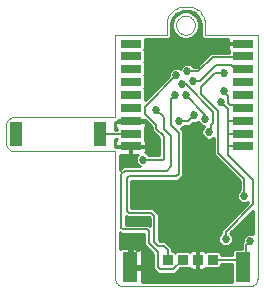
<source format=gbl>
G75*
%MOIN*%
%OFA0B0*%
%FSLAX24Y24*%
%IPPOS*%
%LPD*%
%AMOC8*
5,1,8,0,0,1.08239X$1,22.5*
%
%ADD10C,0.0000*%
%ADD11R,0.0394X0.0787*%
%ADD12R,0.0709X0.0276*%
%ADD13R,0.0709X0.0315*%
%ADD14R,0.0500X0.1000*%
%ADD15R,0.0320X0.0350*%
%ADD16C,0.0100*%
%ADD17C,0.0270*%
%ADD18C,0.0080*%
D10*
X009958Y013875D02*
X013333Y013875D01*
X013333Y009625D01*
X013335Y009595D01*
X013340Y009565D01*
X013349Y009536D01*
X013362Y009509D01*
X013377Y009483D01*
X013396Y009459D01*
X013417Y009438D01*
X013441Y009419D01*
X013467Y009404D01*
X013494Y009391D01*
X013523Y009382D01*
X013553Y009377D01*
X013583Y009375D01*
X017831Y009375D01*
X017861Y009377D01*
X017891Y009382D01*
X017920Y009391D01*
X017948Y009403D01*
X017973Y009419D01*
X017997Y009437D01*
X018019Y009458D01*
X018038Y009482D01*
X018053Y009508D01*
X018066Y009535D01*
X018075Y009564D01*
X018081Y009594D01*
X018083Y009624D01*
X018083Y017750D01*
X016333Y017750D01*
X016333Y018124D01*
X016333Y018125D02*
X016330Y018170D01*
X016323Y018215D01*
X016313Y018259D01*
X016300Y018303D01*
X016283Y018345D01*
X016263Y018386D01*
X016239Y018425D01*
X016213Y018462D01*
X016184Y018497D01*
X016152Y018529D01*
X016118Y018559D01*
X016082Y018586D01*
X016043Y018611D01*
X016003Y018632D01*
X015961Y018650D01*
X015918Y018664D01*
X015874Y018675D01*
X015829Y018683D01*
X015784Y018687D01*
X015738Y018688D01*
X015739Y018688D02*
X015603Y018688D01*
X015602Y018687D02*
X015555Y018682D01*
X015509Y018672D01*
X015464Y018660D01*
X015420Y018643D01*
X015377Y018624D01*
X015336Y018601D01*
X015297Y018575D01*
X015260Y018546D01*
X015226Y018514D01*
X015194Y018479D01*
X015164Y018442D01*
X015138Y018403D01*
X015115Y018362D01*
X015096Y018319D01*
X015079Y018275D01*
X015067Y018230D01*
X015057Y018184D01*
X015052Y018137D01*
X015050Y018090D01*
X015052Y018043D01*
X015052Y017750D01*
X013333Y017750D01*
X013333Y015000D01*
X009958Y015000D01*
X009928Y014998D01*
X009898Y014993D01*
X009869Y014984D01*
X009842Y014971D01*
X009816Y014956D01*
X009792Y014937D01*
X009771Y014916D01*
X009752Y014892D01*
X009737Y014866D01*
X009724Y014839D01*
X009715Y014810D01*
X009710Y014780D01*
X009708Y014750D01*
X009708Y014125D01*
X009710Y014095D01*
X009715Y014065D01*
X009724Y014036D01*
X009737Y014009D01*
X009752Y013983D01*
X009771Y013959D01*
X009792Y013938D01*
X009816Y013919D01*
X009842Y013904D01*
X009869Y013891D01*
X009898Y013882D01*
X009928Y013877D01*
X009958Y013875D01*
X015370Y018064D02*
X015372Y018099D01*
X015378Y018134D01*
X015388Y018167D01*
X015401Y018200D01*
X015418Y018231D01*
X015438Y018259D01*
X015462Y018285D01*
X015488Y018309D01*
X015516Y018329D01*
X015547Y018346D01*
X015580Y018359D01*
X015613Y018369D01*
X015648Y018375D01*
X015683Y018377D01*
X015718Y018375D01*
X015753Y018369D01*
X015786Y018359D01*
X015819Y018346D01*
X015850Y018329D01*
X015878Y018309D01*
X015904Y018285D01*
X015928Y018259D01*
X015948Y018231D01*
X015965Y018200D01*
X015978Y018167D01*
X015988Y018134D01*
X015994Y018099D01*
X015996Y018064D01*
X015994Y018029D01*
X015988Y017994D01*
X015978Y017961D01*
X015965Y017928D01*
X015948Y017897D01*
X015928Y017869D01*
X015904Y017843D01*
X015878Y017819D01*
X015850Y017799D01*
X015819Y017782D01*
X015786Y017769D01*
X015753Y017759D01*
X015718Y017753D01*
X015683Y017751D01*
X015648Y017753D01*
X015613Y017759D01*
X015580Y017769D01*
X015547Y017782D01*
X015516Y017799D01*
X015488Y017819D01*
X015462Y017843D01*
X015438Y017869D01*
X015418Y017897D01*
X015401Y017928D01*
X015388Y017961D01*
X015378Y017994D01*
X015372Y018029D01*
X015370Y018064D01*
D11*
X012833Y014436D03*
X010038Y014436D03*
D12*
X013852Y014032D03*
X013852Y017457D03*
X017592Y017457D03*
X017592Y014032D03*
D13*
X017592Y014445D03*
X017592Y014879D03*
X017592Y015312D03*
X017592Y015745D03*
X017592Y016178D03*
X017592Y016611D03*
X017592Y017044D03*
X013852Y017044D03*
X013852Y016611D03*
X013852Y016178D03*
X013852Y015745D03*
X013852Y015312D03*
X013852Y014879D03*
X013852Y014445D03*
D14*
X013833Y010000D03*
X017583Y010000D03*
D15*
X016583Y010250D03*
X016083Y010250D03*
X015583Y010250D03*
X015083Y010250D03*
D16*
X015233Y010535D02*
X015233Y010638D01*
X015145Y010726D01*
X015012Y010860D01*
X014828Y010860D01*
X014793Y010895D01*
X014793Y011760D01*
X014583Y011970D01*
X013875Y011970D01*
X013875Y012885D01*
X015430Y012885D01*
X015520Y012975D01*
X015608Y013063D01*
X015608Y014552D01*
X015524Y014637D01*
X015597Y014667D01*
X015655Y014725D01*
X015834Y014725D01*
X015925Y014816D01*
X016007Y014816D01*
X016097Y014854D01*
X016102Y014858D01*
X016126Y014800D01*
X016195Y014731D01*
X016285Y014694D01*
X016306Y014694D01*
X016251Y014639D01*
X016213Y014549D01*
X016213Y014451D01*
X016251Y014361D01*
X016320Y014292D01*
X016410Y014255D01*
X016507Y014255D01*
X016597Y014292D01*
X016621Y014316D01*
X016621Y013750D01*
X016709Y013663D01*
X017496Y012875D01*
X017496Y012571D01*
X017438Y012514D01*
X017401Y012424D01*
X017401Y012326D01*
X017438Y012236D01*
X017507Y012167D01*
X017597Y012130D01*
X017695Y012130D01*
X017777Y012164D01*
X017777Y012156D01*
X016870Y011248D01*
X016870Y011135D01*
X016812Y011078D01*
X016775Y010987D01*
X016775Y010890D01*
X016812Y010800D01*
X016881Y010731D01*
X016971Y010694D01*
X017068Y010694D01*
X017158Y010731D01*
X017227Y010800D01*
X017265Y010890D01*
X017265Y010987D01*
X017227Y011078D01*
X017175Y011130D01*
X017933Y011888D01*
X017933Y011099D01*
X017882Y011120D01*
X017785Y011120D01*
X017695Y011083D01*
X017626Y011014D01*
X017588Y010924D01*
X017588Y010842D01*
X017558Y010812D01*
X017558Y010610D01*
X017288Y010610D01*
X017223Y010546D01*
X017223Y010400D01*
X016853Y010400D01*
X016853Y010471D01*
X016789Y010535D01*
X016378Y010535D01*
X016362Y010519D01*
X016335Y010545D01*
X016301Y010565D01*
X016263Y010575D01*
X016113Y010575D01*
X016113Y010280D01*
X016053Y010280D01*
X016053Y010575D01*
X015904Y010575D01*
X015865Y010565D01*
X015831Y010545D01*
X015805Y010519D01*
X015789Y010535D01*
X015378Y010535D01*
X015333Y010491D01*
X015289Y010535D01*
X015233Y010535D01*
X015233Y010554D02*
X015846Y010554D01*
X016053Y010554D02*
X016113Y010554D01*
X016113Y010455D02*
X016053Y010455D01*
X016053Y010357D02*
X016113Y010357D01*
X016113Y010220D02*
X016113Y009925D01*
X016263Y009925D01*
X016301Y009935D01*
X016335Y009955D01*
X016362Y009981D01*
X016378Y009965D01*
X016789Y009965D01*
X016853Y010029D01*
X016853Y010100D01*
X017223Y010100D01*
X017223Y009525D01*
X014233Y009525D01*
X014233Y009950D01*
X013883Y009950D01*
X013883Y010050D01*
X013783Y010050D01*
X013783Y010650D01*
X013564Y010650D01*
X013525Y010640D01*
X013491Y010620D01*
X013483Y010612D01*
X013483Y011168D01*
X013540Y011111D01*
X014308Y011111D01*
X014308Y010739D01*
X014612Y010435D01*
X014612Y010062D01*
X014612Y009938D01*
X014673Y009877D01*
X014761Y009789D01*
X015334Y009789D01*
X015422Y009877D01*
X015510Y009965D01*
X015789Y009965D01*
X015805Y009981D01*
X015831Y009955D01*
X015865Y009935D01*
X015904Y009925D01*
X016053Y009925D01*
X016053Y010220D01*
X016113Y010220D01*
X016113Y010160D02*
X016053Y010160D01*
X016053Y010061D02*
X016113Y010061D01*
X016113Y009963D02*
X016053Y009963D01*
X016343Y009963D02*
X017223Y009963D01*
X017223Y010061D02*
X016853Y010061D01*
X016853Y010455D02*
X017223Y010455D01*
X017231Y010554D02*
X016321Y010554D01*
X016792Y010849D02*
X015023Y010849D01*
X015121Y010751D02*
X016861Y010751D01*
X016775Y010948D02*
X014793Y010948D01*
X014793Y011046D02*
X016799Y011046D01*
X016870Y011145D02*
X014793Y011145D01*
X014793Y011243D02*
X016870Y011243D01*
X016963Y011342D02*
X014793Y011342D01*
X014793Y011440D02*
X017061Y011440D01*
X017160Y011539D02*
X014793Y011539D01*
X014793Y011637D02*
X017258Y011637D01*
X017357Y011736D02*
X014793Y011736D01*
X014719Y011834D02*
X017455Y011834D01*
X017554Y011933D02*
X014620Y011933D01*
X014459Y011670D02*
X014493Y011635D01*
X014493Y011377D01*
X014459Y011411D01*
X013691Y011411D01*
X013691Y011703D01*
X013724Y011670D01*
X014459Y011670D01*
X014492Y011637D02*
X013691Y011637D01*
X013691Y011539D02*
X014493Y011539D01*
X014493Y011440D02*
X013691Y011440D01*
X013507Y011145D02*
X013483Y011145D01*
X013483Y011046D02*
X014308Y011046D01*
X014308Y010948D02*
X013483Y010948D01*
X013483Y010849D02*
X014308Y010849D01*
X014308Y010751D02*
X013483Y010751D01*
X013483Y010652D02*
X014395Y010652D01*
X014494Y010554D02*
X014224Y010554D01*
X014223Y010558D02*
X014203Y010592D01*
X014175Y010620D01*
X014141Y010640D01*
X014103Y010650D01*
X013883Y010650D01*
X013883Y010050D01*
X014233Y010050D01*
X014233Y010520D01*
X014223Y010558D01*
X014233Y010455D02*
X014592Y010455D01*
X014612Y010357D02*
X014233Y010357D01*
X014233Y010258D02*
X014612Y010258D01*
X014612Y010160D02*
X014233Y010160D01*
X014233Y010061D02*
X014612Y010061D01*
X014612Y009963D02*
X013883Y009963D01*
X013883Y010061D02*
X013783Y010061D01*
X013783Y010160D02*
X013883Y010160D01*
X013883Y010258D02*
X013783Y010258D01*
X013783Y010357D02*
X013883Y010357D01*
X013883Y010455D02*
X013783Y010455D01*
X013783Y010554D02*
X013883Y010554D01*
X014233Y009864D02*
X014686Y009864D01*
X014233Y009766D02*
X017223Y009766D01*
X017223Y009864D02*
X015409Y009864D01*
X015422Y009877D02*
X015422Y009877D01*
X015508Y009963D02*
X015824Y009963D01*
X015220Y010652D02*
X017558Y010652D01*
X017558Y010751D02*
X017178Y010751D01*
X017248Y010849D02*
X017588Y010849D01*
X017598Y010948D02*
X017265Y010948D01*
X017240Y011046D02*
X017658Y011046D01*
X017933Y011145D02*
X017190Y011145D01*
X017288Y011243D02*
X017933Y011243D01*
X017933Y011342D02*
X017387Y011342D01*
X017485Y011440D02*
X017933Y011440D01*
X017933Y011539D02*
X017584Y011539D01*
X017682Y011637D02*
X017933Y011637D01*
X017933Y011736D02*
X017781Y011736D01*
X017879Y011834D02*
X017933Y011834D01*
X017652Y012031D02*
X013875Y012031D01*
X013875Y012130D02*
X017751Y012130D01*
X017446Y012228D02*
X013875Y012228D01*
X013875Y012327D02*
X017401Y012327D01*
X017401Y012425D02*
X013875Y012425D01*
X013875Y012524D02*
X017448Y012524D01*
X017496Y012622D02*
X013875Y012622D01*
X013875Y012721D02*
X017496Y012721D01*
X017496Y012819D02*
X013875Y012819D01*
X013483Y013251D02*
X013601Y013369D01*
X014167Y013369D01*
X014137Y013381D01*
X014068Y013450D01*
X014031Y013540D01*
X014031Y013637D01*
X014068Y013728D01*
X014085Y013744D01*
X013871Y013744D01*
X013871Y014013D01*
X013833Y014013D01*
X013833Y013744D01*
X013483Y013744D01*
X013483Y013251D01*
X013483Y013312D02*
X013544Y013312D01*
X013483Y013410D02*
X014108Y013410D01*
X014044Y013509D02*
X013483Y013509D01*
X013483Y013607D02*
X014031Y013607D01*
X014059Y013706D02*
X013483Y013706D01*
X013407Y014013D02*
X013395Y014025D01*
X013333Y014025D01*
X013333Y014286D01*
X013388Y014286D01*
X013388Y014272D01*
X013378Y014262D01*
X013358Y014228D01*
X013348Y014190D01*
X013348Y014051D01*
X013833Y014051D01*
X013833Y014013D01*
X013407Y014013D01*
X013348Y014100D02*
X013333Y014100D01*
X013333Y014198D02*
X013350Y014198D01*
X013333Y014586D02*
X013333Y014850D01*
X013395Y014850D01*
X013453Y014907D01*
X013823Y014907D01*
X013823Y014850D01*
X013348Y014850D01*
X013348Y014701D01*
X013358Y014663D01*
X013378Y014629D01*
X013388Y014619D01*
X013388Y014586D01*
X013333Y014586D01*
X013333Y014592D02*
X013388Y014592D01*
X013351Y014691D02*
X013333Y014691D01*
X013333Y014789D02*
X013348Y014789D01*
X013433Y014888D02*
X013823Y014888D01*
X013881Y014888D02*
X014359Y014888D01*
X014339Y014907D02*
X014558Y014688D01*
X014558Y014563D01*
X014646Y014475D01*
X014808Y014313D01*
X014808Y013739D01*
X014472Y013739D01*
X014415Y013796D01*
X014341Y013827D01*
X014346Y013836D01*
X014356Y013875D01*
X014356Y014013D01*
X013871Y014013D01*
X013871Y014051D01*
X014356Y014051D01*
X014356Y014190D01*
X014346Y014228D01*
X014326Y014262D01*
X014316Y014272D01*
X014316Y014619D01*
X014326Y014629D01*
X014346Y014663D01*
X014356Y014701D01*
X014356Y014850D01*
X013881Y014850D01*
X013881Y014907D01*
X014339Y014907D01*
X014356Y014789D02*
X014457Y014789D01*
X014556Y014691D02*
X014353Y014691D01*
X014316Y014592D02*
X014558Y014592D01*
X014628Y014494D02*
X014316Y014494D01*
X014316Y014395D02*
X014726Y014395D01*
X014808Y014297D02*
X014316Y014297D01*
X014354Y014198D02*
X014808Y014198D01*
X014808Y014100D02*
X014356Y014100D01*
X014356Y014001D02*
X014808Y014001D01*
X014808Y013903D02*
X014356Y013903D01*
X014396Y013804D02*
X014808Y013804D01*
X015608Y013804D02*
X016621Y013804D01*
X016621Y013903D02*
X015608Y013903D01*
X015608Y014001D02*
X016621Y014001D01*
X016621Y014100D02*
X015608Y014100D01*
X015608Y014198D02*
X016621Y014198D01*
X016621Y014297D02*
X016601Y014297D01*
X016315Y014297D02*
X015608Y014297D01*
X015608Y014395D02*
X016237Y014395D01*
X016213Y014494D02*
X015608Y014494D01*
X015568Y014592D02*
X016231Y014592D01*
X016302Y014691D02*
X015620Y014691D01*
X015898Y014789D02*
X016137Y014789D01*
X015608Y013706D02*
X016666Y013706D01*
X016764Y013607D02*
X015608Y013607D01*
X015608Y013509D02*
X016863Y013509D01*
X016961Y013410D02*
X015608Y013410D01*
X015608Y013312D02*
X017060Y013312D01*
X017158Y013213D02*
X015608Y013213D01*
X015608Y013115D02*
X017257Y013115D01*
X017355Y013016D02*
X015561Y013016D01*
X015463Y012918D02*
X017454Y012918D01*
X014627Y015873D02*
X014316Y015873D01*
X014316Y015948D02*
X014303Y015961D01*
X014316Y015975D01*
X014316Y016381D01*
X014303Y016394D01*
X014316Y016408D01*
X014316Y016814D01*
X014303Y016827D01*
X014316Y016841D01*
X014316Y017247D01*
X014303Y017260D01*
X014316Y017274D01*
X014316Y017600D01*
X015114Y017600D01*
X015202Y017688D01*
X015202Y017988D01*
X015206Y017993D01*
X015202Y018049D01*
X015202Y018078D01*
X015203Y018143D01*
X015258Y018310D01*
X015371Y018443D01*
X015528Y018522D01*
X015612Y018538D01*
X015679Y018538D01*
X015681Y018536D01*
X015741Y018538D01*
X015744Y018538D01*
X015827Y018532D01*
X015983Y018472D01*
X015983Y018472D01*
X016105Y018357D01*
X016173Y018204D01*
X016183Y018121D01*
X016183Y017688D01*
X016271Y017600D01*
X017088Y017600D01*
X017088Y017476D01*
X017573Y017476D01*
X017573Y017438D01*
X017088Y017438D01*
X017088Y017300D01*
X017098Y017262D01*
X017118Y017227D01*
X017128Y017217D01*
X017128Y017150D01*
X016521Y017150D01*
X016433Y017062D01*
X016050Y016679D01*
X015940Y016679D01*
X015882Y016736D01*
X015792Y016774D01*
X015695Y016774D01*
X015605Y016736D01*
X015536Y016668D01*
X015516Y016620D01*
X015427Y016656D01*
X015330Y016656D01*
X015240Y016619D01*
X015171Y016550D01*
X015133Y016460D01*
X015133Y016378D01*
X014316Y015561D01*
X014316Y015948D01*
X014313Y015971D02*
X014726Y015971D01*
X014824Y016070D02*
X014316Y016070D01*
X014316Y016168D02*
X014923Y016168D01*
X015021Y016267D02*
X014316Y016267D01*
X014316Y016365D02*
X015120Y016365D01*
X015135Y016464D02*
X014316Y016464D01*
X014316Y016562D02*
X015183Y016562D01*
X015533Y016661D02*
X014316Y016661D01*
X014316Y016759D02*
X015659Y016759D01*
X015828Y016759D02*
X016130Y016759D01*
X016229Y016858D02*
X014316Y016858D01*
X014316Y016956D02*
X016327Y016956D01*
X016426Y017055D02*
X014316Y017055D01*
X014316Y017153D02*
X017128Y017153D01*
X017104Y017252D02*
X014312Y017252D01*
X014316Y017350D02*
X017088Y017350D01*
X017088Y017547D02*
X014316Y017547D01*
X014316Y017449D02*
X017573Y017449D01*
X016226Y017646D02*
X015882Y017646D01*
X015945Y017672D02*
X016075Y017802D01*
X016146Y017972D01*
X016146Y018156D01*
X016075Y018326D01*
X015945Y018456D01*
X015775Y018526D01*
X015591Y018526D01*
X015421Y018456D01*
X015291Y018326D01*
X015221Y018156D01*
X015221Y017972D01*
X015291Y017802D01*
X015421Y017672D01*
X015591Y017601D01*
X015775Y017601D01*
X015945Y017672D01*
X016018Y017744D02*
X016183Y017744D01*
X016183Y017843D02*
X016092Y017843D01*
X016133Y017941D02*
X016183Y017941D01*
X016183Y018040D02*
X016146Y018040D01*
X016146Y018138D02*
X016181Y018138D01*
X016158Y018237D02*
X016112Y018237D01*
X016114Y018335D02*
X016066Y018335D01*
X016023Y018434D02*
X015968Y018434D01*
X015820Y018532D02*
X015581Y018532D01*
X015399Y018434D02*
X015363Y018434D01*
X015301Y018335D02*
X015279Y018335D01*
X015254Y018237D02*
X015234Y018237D01*
X015221Y018138D02*
X015203Y018138D01*
X015203Y018040D02*
X015221Y018040D01*
X015234Y017941D02*
X015202Y017941D01*
X015202Y017843D02*
X015274Y017843D01*
X015202Y017744D02*
X015349Y017744D01*
X015484Y017646D02*
X015160Y017646D01*
X014529Y015774D02*
X014316Y015774D01*
X014316Y015676D02*
X014430Y015676D01*
X014332Y015577D02*
X014316Y015577D01*
X013871Y014001D02*
X013833Y014001D01*
X013833Y013903D02*
X013871Y013903D01*
X013871Y013804D02*
X013833Y013804D01*
X014233Y009667D02*
X017223Y009667D01*
X017223Y009569D02*
X014233Y009569D01*
D17*
X014526Y009999D03*
X014771Y009631D03*
X014463Y010365D03*
X014088Y010649D03*
X014086Y010983D03*
X014020Y011526D03*
X014020Y012088D03*
X014020Y012401D03*
X014020Y012713D03*
X014276Y013589D03*
X013661Y013615D03*
X014708Y015250D03*
X015317Y015733D03*
X015685Y015733D03*
X015562Y016100D03*
X015378Y016411D03*
X015743Y016529D03*
X015930Y016223D03*
X016865Y015500D03*
X016958Y015875D03*
X016971Y016468D03*
X016583Y017375D03*
X015958Y015061D03*
X016333Y014939D03*
X016458Y014500D03*
X015708Y013750D03*
X016463Y012986D03*
X016403Y012123D03*
X016411Y011689D03*
X016617Y011386D03*
X016678Y011019D03*
X017020Y010939D03*
X016342Y010773D03*
X017833Y010875D03*
X017646Y012375D03*
X015458Y014875D03*
D18*
X015772Y014875D01*
X015958Y015061D01*
X016333Y015084D02*
X015685Y015733D01*
X015685Y016100D02*
X015562Y016100D01*
X015685Y016100D02*
X016603Y015181D01*
X016603Y014814D01*
X016542Y014753D01*
X016542Y014569D01*
X016473Y014500D01*
X016458Y014500D01*
X016333Y014939D02*
X016333Y015084D01*
X016771Y015219D02*
X016208Y015781D01*
X016208Y016000D01*
X016676Y016468D01*
X016971Y016468D01*
X017208Y016750D02*
X016708Y016750D01*
X016181Y016223D01*
X015930Y016223D01*
X016112Y016529D02*
X015743Y016529D01*
X016112Y016529D02*
X016583Y017000D01*
X017548Y017000D01*
X017592Y017044D01*
X017578Y016625D02*
X017333Y016625D01*
X017208Y016750D01*
X017578Y016625D02*
X017592Y016611D01*
X016958Y015875D02*
X017115Y015719D01*
X017115Y015469D01*
X017177Y015406D01*
X017333Y015406D01*
X017428Y015312D01*
X017592Y015312D01*
X017592Y014879D02*
X017589Y014875D01*
X017083Y014875D01*
X017083Y015281D01*
X016865Y015500D01*
X016771Y015219D02*
X016771Y013813D01*
X017646Y012938D01*
X017646Y012375D01*
X017927Y012094D02*
X017927Y012906D01*
X017083Y013750D01*
X017083Y014032D01*
X017592Y014032D01*
X017592Y014445D02*
X017083Y014445D01*
X017083Y014875D01*
X017083Y014445D02*
X017083Y014032D01*
X015458Y014490D02*
X015458Y013125D01*
X015368Y013035D01*
X013786Y013035D01*
X013725Y012974D01*
X013725Y011881D01*
X013786Y011820D01*
X014521Y011820D01*
X014643Y011698D01*
X014643Y010833D01*
X014766Y010710D01*
X014950Y010710D01*
X015083Y010576D01*
X015083Y010250D01*
X015272Y009939D02*
X014823Y009939D01*
X014762Y010000D01*
X014762Y010498D01*
X014458Y010801D01*
X014458Y011200D01*
X014397Y011261D01*
X013602Y011261D01*
X013541Y011323D01*
X013541Y013096D01*
X013663Y013219D01*
X015052Y013219D01*
X015208Y013375D01*
X015208Y014375D01*
X014958Y014625D01*
X014958Y015000D01*
X014708Y015250D01*
X014351Y015384D02*
X015378Y016411D01*
X015317Y015733D02*
X015208Y015624D01*
X015208Y014740D01*
X015458Y014490D01*
X014958Y014375D02*
X014708Y014625D01*
X014708Y014750D01*
X014333Y015125D01*
X014333Y015384D01*
X014351Y015384D01*
X013852Y014445D02*
X013843Y014436D01*
X012833Y014436D01*
X014276Y013589D02*
X014922Y013589D01*
X014958Y013625D01*
X014958Y014375D01*
X017927Y012094D02*
X017020Y011186D01*
X017020Y010939D01*
X017708Y010750D02*
X017708Y010280D01*
X017678Y010250D01*
X017678Y010095D01*
X017583Y010000D01*
X017678Y010250D02*
X016583Y010250D01*
X015583Y010250D02*
X015272Y009939D01*
X017708Y010750D02*
X017833Y010875D01*
M02*

</source>
